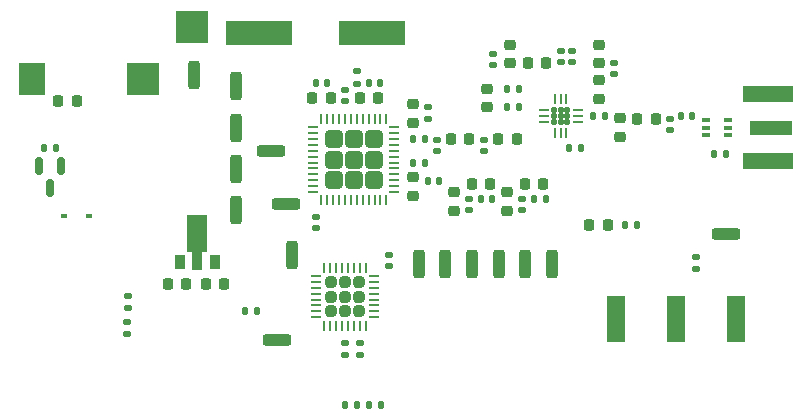
<source format=gbr>
%TF.GenerationSoftware,KiCad,Pcbnew,(6.0.1)*%
%TF.CreationDate,2022-09-15T14:00:08-04:00*%
%TF.ProjectId,bpcw-hardware,62706377-2d68-4617-9264-776172652e6b,rev?*%
%TF.SameCoordinates,Original*%
%TF.FileFunction,Paste,Top*%
%TF.FilePolarity,Positive*%
%FSLAX46Y46*%
G04 Gerber Fmt 4.6, Leading zero omitted, Abs format (unit mm)*
G04 Created by KiCad (PCBNEW (6.0.1)) date 2022-09-15 14:00:08*
%MOMM*%
%LPD*%
G01*
G04 APERTURE LIST*
G04 Aperture macros list*
%AMRoundRect*
0 Rectangle with rounded corners*
0 $1 Rounding radius*
0 $2 $3 $4 $5 $6 $7 $8 $9 X,Y pos of 4 corners*
0 Add a 4 corners polygon primitive as box body*
4,1,4,$2,$3,$4,$5,$6,$7,$8,$9,$2,$3,0*
0 Add four circle primitives for the rounded corners*
1,1,$1+$1,$2,$3*
1,1,$1+$1,$4,$5*
1,1,$1+$1,$6,$7*
1,1,$1+$1,$8,$9*
0 Add four rect primitives between the rounded corners*
20,1,$1+$1,$2,$3,$4,$5,0*
20,1,$1+$1,$4,$5,$6,$7,0*
20,1,$1+$1,$6,$7,$8,$9,0*
20,1,$1+$1,$8,$9,$2,$3,0*%
%AMFreePoly0*
4,1,9,3.862500,-0.866500,0.737500,-0.866500,0.737500,-0.450000,-0.737500,-0.450000,-0.737500,0.450000,0.737500,0.450000,0.737500,0.866500,3.862500,0.866500,3.862500,-0.866500,3.862500,-0.866500,$1*%
G04 Aperture macros list end*
%ADD10RoundRect,0.218750X-0.218750X-0.256250X0.218750X-0.256250X0.218750X0.256250X-0.218750X0.256250X0*%
%ADD11RoundRect,0.140000X-0.170000X0.140000X-0.170000X-0.140000X0.170000X-0.140000X0.170000X0.140000X0*%
%ADD12RoundRect,0.225000X-0.250000X0.225000X-0.250000X-0.225000X0.250000X-0.225000X0.250000X0.225000X0*%
%ADD13RoundRect,0.115000X-0.115000X-0.115000X0.115000X-0.115000X0.115000X0.115000X-0.115000X0.115000X0*%
%ADD14RoundRect,0.062500X-0.350000X-0.062500X0.350000X-0.062500X0.350000X0.062500X-0.350000X0.062500X0*%
%ADD15RoundRect,0.062500X-0.062500X-0.350000X0.062500X-0.350000X0.062500X0.350000X-0.062500X0.350000X0*%
%ADD16RoundRect,0.218750X0.256250X-0.218750X0.256250X0.218750X-0.256250X0.218750X-0.256250X-0.218750X0*%
%ADD17RoundRect,0.135000X-0.135000X-0.185000X0.135000X-0.185000X0.135000X0.185000X-0.135000X0.185000X0*%
%ADD18RoundRect,0.140000X0.170000X-0.140000X0.170000X0.140000X-0.170000X0.140000X-0.170000X-0.140000X0*%
%ADD19RoundRect,0.242500X0.242500X0.242500X-0.242500X0.242500X-0.242500X-0.242500X0.242500X-0.242500X0*%
%ADD20RoundRect,0.062500X0.337500X0.062500X-0.337500X0.062500X-0.337500X-0.062500X0.337500X-0.062500X0*%
%ADD21RoundRect,0.062500X0.062500X0.337500X-0.062500X0.337500X-0.062500X-0.337500X0.062500X-0.337500X0*%
%ADD22RoundRect,0.140000X0.140000X0.170000X-0.140000X0.170000X-0.140000X-0.170000X0.140000X-0.170000X0*%
%ADD23R,2.200000X2.800000*%
%ADD24R,2.800000X2.800000*%
%ADD25RoundRect,0.237500X0.237500X-0.987500X0.237500X0.987500X-0.237500X0.987500X-0.237500X-0.987500X0*%
%ADD26RoundRect,0.150000X-0.150000X0.587500X-0.150000X-0.587500X0.150000X-0.587500X0.150000X0.587500X0*%
%ADD27R,5.600000X2.100000*%
%ADD28R,0.600000X0.450000*%
%ADD29RoundRect,0.225000X0.225000X0.250000X-0.225000X0.250000X-0.225000X-0.250000X0.225000X-0.250000X0*%
%ADD30R,0.650000X0.400000*%
%ADD31R,3.600000X1.270000*%
%ADD32R,4.200000X1.350000*%
%ADD33RoundRect,0.237500X-0.987500X-0.237500X0.987500X-0.237500X0.987500X0.237500X-0.987500X0.237500X0*%
%ADD34RoundRect,0.218750X-0.256250X0.218750X-0.256250X-0.218750X0.256250X-0.218750X0.256250X0.218750X0*%
%ADD35RoundRect,0.135000X0.185000X-0.135000X0.185000X0.135000X-0.185000X0.135000X-0.185000X-0.135000X0*%
%ADD36RoundRect,0.135000X0.135000X0.185000X-0.135000X0.185000X-0.135000X-0.185000X0.135000X-0.185000X0*%
%ADD37RoundRect,0.237500X-0.237500X0.987500X-0.237500X-0.987500X0.237500X-0.987500X0.237500X0.987500X0*%
%ADD38RoundRect,0.218750X0.218750X0.256250X-0.218750X0.256250X-0.218750X-0.256250X0.218750X-0.256250X0*%
%ADD39RoundRect,0.250000X0.485000X0.485000X-0.485000X0.485000X-0.485000X-0.485000X0.485000X-0.485000X0*%
%ADD40RoundRect,0.062500X0.375000X0.062500X-0.375000X0.062500X-0.375000X-0.062500X0.375000X-0.062500X0*%
%ADD41RoundRect,0.062500X0.062500X0.375000X-0.062500X0.375000X-0.062500X-0.375000X0.062500X-0.375000X0*%
%ADD42RoundRect,0.237500X0.987500X0.237500X-0.987500X0.237500X-0.987500X-0.237500X0.987500X-0.237500X0*%
%ADD43RoundRect,0.225000X-0.225000X-0.250000X0.225000X-0.250000X0.225000X0.250000X-0.225000X0.250000X0*%
%ADD44R,0.900000X1.300000*%
%ADD45FreePoly0,90.000000*%
%ADD46RoundRect,0.140000X-0.140000X-0.170000X0.140000X-0.170000X0.140000X0.170000X-0.140000X0.170000X0*%
%ADD47R,1.500000X4.000000*%
%ADD48RoundRect,0.135000X-0.185000X0.135000X-0.185000X-0.135000X0.185000X-0.135000X0.185000X0.135000X0*%
G04 APERTURE END LIST*
D10*
%TO.C,L5*%
X157712500Y-94000000D03*
X159287500Y-94000000D03*
%TD*%
D11*
%TO.C,C23*%
X159500000Y-83020000D03*
X159500000Y-83980000D03*
%TD*%
D12*
%TO.C,C26*%
X159000000Y-85975000D03*
X159000000Y-87525000D03*
%TD*%
D13*
%TO.C,U4*%
X165780000Y-87720000D03*
X165250000Y-88250000D03*
X165250000Y-88780000D03*
X165250000Y-87720000D03*
X165780000Y-88780000D03*
X164720000Y-88250000D03*
X164720000Y-87720000D03*
X165780000Y-88250000D03*
X164720000Y-88780000D03*
D14*
X163812500Y-87750000D03*
X163812500Y-88250000D03*
X163812500Y-88750000D03*
D15*
X164750000Y-89687500D03*
X165250000Y-89687500D03*
X165750000Y-89687500D03*
D14*
X166687500Y-88750000D03*
X166687500Y-88250000D03*
X166687500Y-87750000D03*
D15*
X165750000Y-86812500D03*
X165250000Y-86812500D03*
X164750000Y-86812500D03*
%TD*%
D16*
%TO.C,L11*%
X170250000Y-90037500D03*
X170250000Y-88462500D03*
%TD*%
D17*
%TO.C,R1*%
X146990000Y-112750000D03*
X148010000Y-112750000D03*
%TD*%
D12*
%TO.C,C30*%
X168500000Y-82225000D03*
X168500000Y-83775000D03*
%TD*%
D10*
%TO.C,L8*%
X162212500Y-94000000D03*
X163787500Y-94000000D03*
%TD*%
%TO.C,L9*%
X162462500Y-83750000D03*
X164037500Y-83750000D03*
%TD*%
D18*
%TO.C,C2*%
X148250000Y-108480000D03*
X148250000Y-107520000D03*
%TD*%
D19*
%TO.C,U1*%
X147000000Y-104750000D03*
X147000000Y-102350000D03*
X148200000Y-104750000D03*
X148200000Y-103550000D03*
X145800000Y-102350000D03*
X148200000Y-102350000D03*
X147000000Y-103550000D03*
X145800000Y-104750000D03*
X145800000Y-103550000D03*
D20*
X149450000Y-105300000D03*
X149450000Y-104800000D03*
X149450000Y-104300000D03*
X149450000Y-103800000D03*
X149450000Y-103300000D03*
X149450000Y-102800000D03*
X149450000Y-102300000D03*
X149450000Y-101800000D03*
D21*
X148750000Y-101100000D03*
X148250000Y-101100000D03*
X147750000Y-101100000D03*
X147250000Y-101100000D03*
X146750000Y-101100000D03*
X146250000Y-101100000D03*
X145750000Y-101100000D03*
X145250000Y-101100000D03*
D20*
X144550000Y-101800000D03*
X144550000Y-102300000D03*
X144550000Y-102800000D03*
X144550000Y-103300000D03*
X144550000Y-103800000D03*
X144550000Y-104300000D03*
X144550000Y-104800000D03*
X144550000Y-105300000D03*
D21*
X145250000Y-106000000D03*
X145750000Y-106000000D03*
X146250000Y-106000000D03*
X146750000Y-106000000D03*
X147250000Y-106000000D03*
X147750000Y-106000000D03*
X148250000Y-106000000D03*
X148750000Y-106000000D03*
%TD*%
D22*
%TO.C,C15*%
X153730000Y-90250000D03*
X152770000Y-90250000D03*
%TD*%
%TO.C,C10*%
X149980000Y-85500000D03*
X149020000Y-85500000D03*
%TD*%
D18*
%TO.C,C6*%
X157500000Y-96230000D03*
X157500000Y-95270000D03*
%TD*%
D11*
%TO.C,C16*%
X154750000Y-90270000D03*
X154750000Y-91230000D03*
%TD*%
D16*
%TO.C,L3*%
X156250000Y-96287500D03*
X156250000Y-94712500D03*
%TD*%
D11*
%TO.C,C1*%
X150750000Y-100000000D03*
X150750000Y-100960000D03*
%TD*%
D23*
%TO.C,J1*%
X120525000Y-85150000D03*
D24*
X129925000Y-85150000D03*
X134025000Y-80700000D03*
%TD*%
D25*
%TO.C,TP5*%
X155500000Y-100750000D03*
%TD*%
D18*
%TO.C,C4*%
X147000000Y-108480000D03*
X147000000Y-107520000D03*
%TD*%
D25*
%TO.C,TP6*%
X153250000Y-100750000D03*
%TD*%
D22*
%TO.C,C32*%
X176380000Y-88250000D03*
X175420000Y-88250000D03*
%TD*%
D26*
%TO.C,Q1*%
X122950000Y-92512500D03*
X121050000Y-92512500D03*
X122000000Y-94387500D03*
%TD*%
D22*
%TO.C,C19*%
X163980000Y-95250000D03*
X163020000Y-95250000D03*
%TD*%
D11*
%TO.C,C25*%
X165250000Y-82770000D03*
X165250000Y-83730000D03*
%TD*%
D27*
%TO.C,Y1*%
X139750000Y-81250000D03*
X149240292Y-81245146D03*
%TD*%
D28*
%TO.C,D2*%
X125300000Y-96700000D03*
X123200000Y-96700000D03*
%TD*%
D17*
%TO.C,R12*%
X160740000Y-86000000D03*
X161760000Y-86000000D03*
%TD*%
D22*
%TO.C,C27*%
X166960000Y-91000000D03*
X166000000Y-91000000D03*
%TD*%
D25*
%TO.C,TP12*%
X137750000Y-92750000D03*
%TD*%
D11*
%TO.C,C18*%
X158750000Y-90270000D03*
X158750000Y-91230000D03*
%TD*%
D29*
%TO.C,C33*%
X124275000Y-86950000D03*
X122725000Y-86950000D03*
%TD*%
D17*
%TO.C,R10*%
X170702500Y-97500000D03*
X171722500Y-97500000D03*
%TD*%
D30*
%TO.C,U5*%
X177550000Y-88600000D03*
X177550000Y-89250000D03*
X177550000Y-89900000D03*
X179450000Y-89900000D03*
X179450000Y-89250000D03*
X179450000Y-88600000D03*
%TD*%
D31*
%TO.C,J6*%
X183037500Y-89250000D03*
D32*
X182837500Y-86425000D03*
X182837500Y-92075000D03*
%TD*%
D33*
%TO.C,TP10*%
X140750000Y-91250000D03*
%TD*%
D34*
%TO.C,L2*%
X152750000Y-87250000D03*
X152750000Y-88825000D03*
%TD*%
D35*
%TO.C,R9*%
X128600000Y-104510000D03*
X128600000Y-103490000D03*
%TD*%
D10*
%TO.C,L7*%
X159962500Y-90250000D03*
X161537500Y-90250000D03*
%TD*%
D29*
%TO.C,C5*%
X133525000Y-102500000D03*
X131975000Y-102500000D03*
%TD*%
D35*
%TO.C,JP2*%
X148000000Y-85510000D03*
X148000000Y-84490000D03*
%TD*%
D36*
%TO.C,R6*%
X153760000Y-92250000D03*
X152740000Y-92250000D03*
%TD*%
D17*
%TO.C,R7*%
X138490000Y-104750000D03*
X139510000Y-104750000D03*
%TD*%
D12*
%TO.C,C24*%
X161000000Y-82225000D03*
X161000000Y-83775000D03*
%TD*%
D22*
%TO.C,C17*%
X159480000Y-95250000D03*
X158520000Y-95250000D03*
%TD*%
D10*
%TO.C,L4*%
X155962500Y-90250000D03*
X157537500Y-90250000D03*
%TD*%
D37*
%TO.C,TP13*%
X137750000Y-96250000D03*
%TD*%
D17*
%TO.C,R2*%
X148990000Y-112750000D03*
X150010000Y-112750000D03*
%TD*%
D37*
%TO.C,TP1*%
X142500000Y-100000000D03*
%TD*%
D11*
%TO.C,C21*%
X166250000Y-82770000D03*
X166250000Y-83730000D03*
%TD*%
D38*
%TO.C,L12*%
X173287500Y-88500000D03*
X171712500Y-88500000D03*
%TD*%
D35*
%TO.C,R8*%
X128500000Y-106710000D03*
X128500000Y-105690000D03*
%TD*%
D33*
%TO.C,TP9*%
X142000000Y-95750000D03*
%TD*%
D25*
%TO.C,TP3*%
X160000000Y-100750000D03*
%TD*%
D17*
%TO.C,R5*%
X121490000Y-90950000D03*
X122510000Y-90950000D03*
%TD*%
D16*
%TO.C,L10*%
X168500000Y-86787500D03*
X168500000Y-85212500D03*
%TD*%
D39*
%TO.C,U3*%
X146050000Y-91950000D03*
X147750000Y-91950000D03*
X147750000Y-93650000D03*
X149450000Y-90250000D03*
X146050000Y-93650000D03*
X146050000Y-90250000D03*
X149450000Y-93650000D03*
X149450000Y-91950000D03*
X147750000Y-90250000D03*
D40*
X151187500Y-94700000D03*
X151187500Y-94200000D03*
X151187500Y-93700000D03*
X151187500Y-93200000D03*
X151187500Y-92700000D03*
X151187500Y-92200000D03*
X151187500Y-91700000D03*
X151187500Y-91200000D03*
X151187500Y-90700000D03*
X151187500Y-90200000D03*
X151187500Y-89700000D03*
X151187500Y-89200000D03*
D41*
X150500000Y-88512500D03*
X150000000Y-88512500D03*
X149500000Y-88512500D03*
X149000000Y-88512500D03*
X148500000Y-88512500D03*
X148000000Y-88512500D03*
X147500000Y-88512500D03*
X147000000Y-88512500D03*
X146500000Y-88512500D03*
X146000000Y-88512500D03*
X145500000Y-88512500D03*
X145000000Y-88512500D03*
D40*
X144312500Y-89200000D03*
X144312500Y-89700000D03*
X144312500Y-90200000D03*
X144312500Y-90700000D03*
X144312500Y-91200000D03*
X144312500Y-91700000D03*
X144312500Y-92200000D03*
X144312500Y-92700000D03*
X144312500Y-93200000D03*
X144312500Y-93700000D03*
X144312500Y-94200000D03*
X144312500Y-94700000D03*
D41*
X145000000Y-95387500D03*
X145500000Y-95387500D03*
X146000000Y-95387500D03*
X146500000Y-95387500D03*
X147000000Y-95387500D03*
X147500000Y-95387500D03*
X148000000Y-95387500D03*
X148500000Y-95387500D03*
X149000000Y-95387500D03*
X149500000Y-95387500D03*
X150000000Y-95387500D03*
X150500000Y-95387500D03*
%TD*%
D33*
%TO.C,TP8*%
X141250000Y-107250000D03*
%TD*%
D42*
%TO.C,TP11*%
X179250000Y-98250000D03*
%TD*%
D38*
%TO.C,D1*%
X169250000Y-97500000D03*
X167675000Y-97500000D03*
%TD*%
D11*
%TO.C,C31*%
X174500000Y-88520000D03*
X174500000Y-89480000D03*
%TD*%
D43*
%TO.C,C7*%
X148225000Y-86750000D03*
X149775000Y-86750000D03*
%TD*%
D44*
%TO.C,U2*%
X133000000Y-100650000D03*
D45*
X134500000Y-100562500D03*
D44*
X136000000Y-100650000D03*
%TD*%
D25*
%TO.C,TP4*%
X157750000Y-100750000D03*
%TD*%
D18*
%TO.C,C14*%
X154000000Y-88480000D03*
X154000000Y-87520000D03*
%TD*%
D25*
%TO.C,TP15*%
X137750000Y-89250000D03*
%TD*%
D16*
%TO.C,L6*%
X160750000Y-96287500D03*
X160750000Y-94712500D03*
%TD*%
D46*
%TO.C,C12*%
X154000000Y-93750000D03*
X154960000Y-93750000D03*
%TD*%
D18*
%TO.C,C8*%
X144500000Y-97730000D03*
X144500000Y-96770000D03*
%TD*%
D25*
%TO.C,TP7*%
X164500000Y-100750000D03*
%TD*%
D46*
%TO.C,C28*%
X168020000Y-88250000D03*
X168980000Y-88250000D03*
%TD*%
D25*
%TO.C,TP16*%
X134250000Y-84750000D03*
%TD*%
D43*
%TO.C,C3*%
X135225000Y-102500000D03*
X136775000Y-102500000D03*
%TD*%
D17*
%TO.C,R11*%
X160740000Y-87500000D03*
X161760000Y-87500000D03*
%TD*%
D25*
%TO.C,TP14*%
X137750000Y-85750000D03*
%TD*%
D43*
%TO.C,C9*%
X144225000Y-86750000D03*
X145775000Y-86750000D03*
%TD*%
D16*
%TO.C,L1*%
X152750000Y-95037500D03*
X152750000Y-93462500D03*
%TD*%
D18*
%TO.C,C20*%
X162000000Y-96230000D03*
X162000000Y-95270000D03*
%TD*%
D17*
%TO.C,R13*%
X178240000Y-91500000D03*
X179260000Y-91500000D03*
%TD*%
D47*
%TO.C,SW2*%
X169920000Y-105487500D03*
X180080000Y-105487500D03*
X175000000Y-105487500D03*
%TD*%
D46*
%TO.C,C13*%
X144520000Y-85500000D03*
X145480000Y-85500000D03*
%TD*%
D11*
%TO.C,C29*%
X169750000Y-83770000D03*
X169750000Y-84730000D03*
%TD*%
%TO.C,C11*%
X147000000Y-86020000D03*
X147000000Y-86980000D03*
%TD*%
D25*
%TO.C,TP2*%
X162250000Y-100750000D03*
%TD*%
D48*
%TO.C,R4*%
X176750000Y-100205000D03*
X176750000Y-101225000D03*
%TD*%
M02*

</source>
